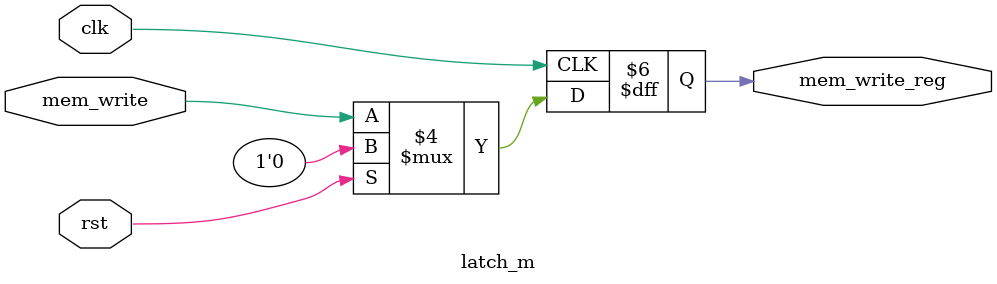
<source format=v>
`timescale 1ns / 1ps
module latch_m(
	 input clk,
	 input rst,
    input mem_write,
    output reg mem_write_reg
    );

	always @(posedge clk) begin
		if (rst == 1) begin
			mem_write_reg	<= 0;
		end
		else begin
			mem_write_reg	<= mem_write;
		end
	end	
	
endmodule

</source>
